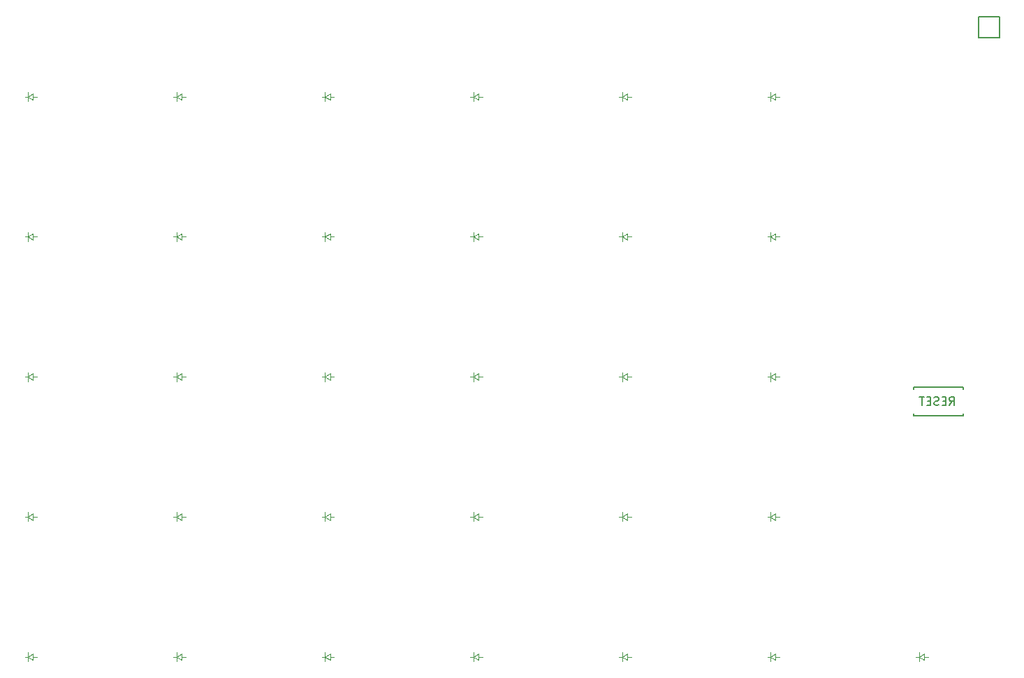
<source format=gbr>
%TF.GenerationSoftware,KiCad,Pcbnew,6.0.2+dfsg-1*%
%TF.CreationDate,2023-06-27T17:47:54-07:00*%
%TF.ProjectId,swirlComplete,73776972-6c43-46f6-9d70-6c6574652e6b,v1.0.0*%
%TF.SameCoordinates,Original*%
%TF.FileFunction,Legend,Bot*%
%TF.FilePolarity,Positive*%
%FSLAX46Y46*%
G04 Gerber Fmt 4.6, Leading zero omitted, Abs format (unit mm)*
G04 Created by KiCad (PCBNEW 6.0.2+dfsg-1) date 2023-06-27 17:47:54*
%MOMM*%
%LPD*%
G01*
G04 APERTURE LIST*
%ADD10C,0.150000*%
%ADD11C,0.100000*%
G04 APERTURE END LIST*
D10*
%TO.C,B1*%
X111325380Y25547619D02*
X111658714Y26023809D01*
X111896809Y25547619D02*
X111896809Y26547619D01*
X111515857Y26547619D01*
X111420619Y26500000D01*
X111373000Y26452380D01*
X111325380Y26357142D01*
X111325380Y26214285D01*
X111373000Y26119047D01*
X111420619Y26071428D01*
X111515857Y26023809D01*
X111896809Y26023809D01*
X110896809Y26071428D02*
X110563476Y26071428D01*
X110420619Y25547619D02*
X110896809Y25547619D01*
X110896809Y26547619D01*
X110420619Y26547619D01*
X110039666Y25595238D02*
X109896809Y25547619D01*
X109658714Y25547619D01*
X109563476Y25595238D01*
X109515857Y25642857D01*
X109468238Y25738095D01*
X109468238Y25833333D01*
X109515857Y25928571D01*
X109563476Y25976190D01*
X109658714Y26023809D01*
X109849190Y26071428D01*
X109944428Y26119047D01*
X109992047Y26166666D01*
X110039666Y26261904D01*
X110039666Y26357142D01*
X109992047Y26452380D01*
X109944428Y26500000D01*
X109849190Y26547619D01*
X109611095Y26547619D01*
X109468238Y26500000D01*
X109039666Y26071428D02*
X108706333Y26071428D01*
X108563476Y25547619D02*
X109039666Y25547619D01*
X109039666Y26547619D01*
X108563476Y26547619D01*
X108277761Y26547619D02*
X107706333Y26547619D01*
X107992047Y25547619D02*
X107992047Y26547619D01*
X113000000Y24500000D02*
X113000000Y24250000D01*
X107000000Y27500000D02*
X107000000Y27750000D01*
X107000000Y24250000D02*
X107000000Y24500000D01*
X113000000Y24250000D02*
X107000000Y24250000D01*
X113000000Y27750000D02*
X113000000Y27500000D01*
X107000000Y27750000D02*
X113000000Y27750000D01*
D11*
%TO.C,D9*%
X17650000Y46000000D02*
X17650000Y46550000D01*
X18250000Y46400000D02*
X18250000Y45600000D01*
X17650000Y46000000D02*
X17650000Y45450000D01*
X17250000Y46000000D02*
X17650000Y46000000D01*
X17650000Y46000000D02*
X18250000Y46400000D01*
X18250000Y45600000D02*
X17650000Y46000000D01*
X18250000Y46000000D02*
X18750000Y46000000D01*
%TO.C,D8*%
X17650000Y29000000D02*
X17650000Y29550000D01*
X18250000Y29400000D02*
X18250000Y28600000D01*
X17650000Y29000000D02*
X18250000Y29400000D01*
X17250000Y29000000D02*
X17650000Y29000000D01*
X17650000Y29000000D02*
X17650000Y28450000D01*
X18250000Y29000000D02*
X18750000Y29000000D01*
X18250000Y28600000D02*
X17650000Y29000000D01*
%TO.C,D1*%
X250000Y-4600000D02*
X250000Y-5400000D01*
X-350000Y-5000000D02*
X250000Y-4600000D01*
X-350000Y-5000000D02*
X-350000Y-5550000D01*
X250000Y-5000000D02*
X750000Y-5000000D01*
X250000Y-5400000D02*
X-350000Y-5000000D01*
X-750000Y-5000000D02*
X-350000Y-5000000D01*
X-350000Y-5000000D02*
X-350000Y-4450000D01*
%TO.C,D18*%
X54250000Y29400000D02*
X54250000Y28600000D01*
X53250000Y29000000D02*
X53650000Y29000000D01*
X53650000Y29000000D02*
X53650000Y28450000D01*
X53650000Y29000000D02*
X54250000Y29400000D01*
X54250000Y28600000D02*
X53650000Y29000000D01*
X54250000Y29000000D02*
X54750000Y29000000D01*
X53650000Y29000000D02*
X53650000Y29550000D01*
%TO.C,D16*%
X53250000Y-5000000D02*
X53650000Y-5000000D01*
X54250000Y-5400000D02*
X53650000Y-5000000D01*
X53650000Y-5000000D02*
X54250000Y-4600000D01*
X53650000Y-5000000D02*
X53650000Y-4450000D01*
X54250000Y-4600000D02*
X54250000Y-5400000D01*
X53650000Y-5000000D02*
X53650000Y-5550000D01*
X54250000Y-5000000D02*
X54750000Y-5000000D01*
%TO.C,D4*%
X250000Y46000000D02*
X750000Y46000000D01*
X250000Y45600000D02*
X-350000Y46000000D01*
X-350000Y46000000D02*
X-350000Y45450000D01*
X-350000Y46000000D02*
X250000Y46400000D01*
X250000Y46400000D02*
X250000Y45600000D01*
X-750000Y46000000D02*
X-350000Y46000000D01*
X-350000Y46000000D02*
X-350000Y46550000D01*
%TO.C,D31*%
X108250000Y-4600000D02*
X108250000Y-5400000D01*
X108250000Y-5000000D02*
X108750000Y-5000000D01*
X107650000Y-5000000D02*
X107650000Y-4450000D01*
X107250000Y-5000000D02*
X107650000Y-5000000D01*
X107650000Y-5000000D02*
X107650000Y-5550000D01*
X107650000Y-5000000D02*
X108250000Y-4600000D01*
X108250000Y-5400000D02*
X107650000Y-5000000D01*
%TO.C,D6*%
X18250000Y-5400000D02*
X17650000Y-5000000D01*
X18250000Y-5000000D02*
X18750000Y-5000000D01*
X18250000Y-4600000D02*
X18250000Y-5400000D01*
X17250000Y-5000000D02*
X17650000Y-5000000D01*
X17650000Y-5000000D02*
X18250000Y-4600000D01*
X17650000Y-5000000D02*
X17650000Y-5550000D01*
X17650000Y-5000000D02*
X17650000Y-4450000D01*
%TO.C,D29*%
X90250000Y45600000D02*
X89650000Y46000000D01*
X89250000Y46000000D02*
X89650000Y46000000D01*
X89650000Y46000000D02*
X89650000Y46550000D01*
X90250000Y46400000D02*
X90250000Y45600000D01*
X89650000Y46000000D02*
X89650000Y45450000D01*
X89650000Y46000000D02*
X90250000Y46400000D01*
X90250000Y46000000D02*
X90750000Y46000000D01*
%TO.C,D23*%
X71650000Y29000000D02*
X71650000Y28450000D01*
X71650000Y29000000D02*
X71650000Y29550000D01*
X72250000Y29400000D02*
X72250000Y28600000D01*
X71250000Y29000000D02*
X71650000Y29000000D01*
X71650000Y29000000D02*
X72250000Y29400000D01*
X72250000Y29000000D02*
X72750000Y29000000D01*
X72250000Y28600000D02*
X71650000Y29000000D01*
%TO.C,D3*%
X250000Y29000000D02*
X750000Y29000000D01*
X250000Y28600000D02*
X-350000Y29000000D01*
X-750000Y29000000D02*
X-350000Y29000000D01*
X-350000Y29000000D02*
X-350000Y28450000D01*
X-350000Y29000000D02*
X-350000Y29550000D01*
X-350000Y29000000D02*
X250000Y29400000D01*
X250000Y29400000D02*
X250000Y28600000D01*
%TO.C,D15*%
X36250000Y63000000D02*
X36750000Y63000000D01*
X35650000Y63000000D02*
X36250000Y63400000D01*
X35650000Y63000000D02*
X35650000Y62450000D01*
X35650000Y63000000D02*
X35650000Y63550000D01*
X36250000Y62600000D02*
X35650000Y63000000D01*
X36250000Y63400000D02*
X36250000Y62600000D01*
X35250000Y63000000D02*
X35650000Y63000000D01*
%TO.C,D27*%
X90250000Y12000000D02*
X90750000Y12000000D01*
X90250000Y11600000D02*
X89650000Y12000000D01*
X89650000Y12000000D02*
X89650000Y12550000D01*
X89650000Y12000000D02*
X89650000Y11450000D01*
X89650000Y12000000D02*
X90250000Y12400000D01*
X90250000Y12400000D02*
X90250000Y11600000D01*
X89250000Y12000000D02*
X89650000Y12000000D01*
%TO.C,D24*%
X71650000Y46000000D02*
X72250000Y46400000D01*
X72250000Y46000000D02*
X72750000Y46000000D01*
X72250000Y46400000D02*
X72250000Y45600000D01*
X71250000Y46000000D02*
X71650000Y46000000D01*
X71650000Y46000000D02*
X71650000Y46550000D01*
X71650000Y46000000D02*
X71650000Y45450000D01*
X72250000Y45600000D02*
X71650000Y46000000D01*
%TO.C,D13*%
X35650000Y29000000D02*
X36250000Y29400000D01*
X36250000Y29400000D02*
X36250000Y28600000D01*
X35650000Y29000000D02*
X35650000Y29550000D01*
X36250000Y28600000D02*
X35650000Y29000000D01*
X35250000Y29000000D02*
X35650000Y29000000D01*
X36250000Y29000000D02*
X36750000Y29000000D01*
X35650000Y29000000D02*
X35650000Y28450000D01*
%TO.C,D2*%
X250000Y12400000D02*
X250000Y11600000D01*
X-350000Y12000000D02*
X-350000Y11450000D01*
X-350000Y12000000D02*
X250000Y12400000D01*
X250000Y12000000D02*
X750000Y12000000D01*
X250000Y11600000D02*
X-350000Y12000000D01*
X-750000Y12000000D02*
X-350000Y12000000D01*
X-350000Y12000000D02*
X-350000Y12550000D01*
%TO.C,D11*%
X36250000Y-5400000D02*
X35650000Y-5000000D01*
X35650000Y-5000000D02*
X36250000Y-4600000D01*
X35250000Y-5000000D02*
X35650000Y-5000000D01*
X35650000Y-5000000D02*
X35650000Y-5550000D01*
X36250000Y-4600000D02*
X36250000Y-5400000D01*
X36250000Y-5000000D02*
X36750000Y-5000000D01*
X35650000Y-5000000D02*
X35650000Y-4450000D01*
%TO.C,D30*%
X89650000Y63000000D02*
X89650000Y63550000D01*
X89650000Y63000000D02*
X89650000Y62450000D01*
X90250000Y63400000D02*
X90250000Y62600000D01*
X89250000Y63000000D02*
X89650000Y63000000D01*
X90250000Y63000000D02*
X90750000Y63000000D01*
X89650000Y63000000D02*
X90250000Y63400000D01*
X90250000Y62600000D02*
X89650000Y63000000D01*
%TO.C,D25*%
X71650000Y63000000D02*
X71650000Y62450000D01*
X72250000Y63400000D02*
X72250000Y62600000D01*
X71650000Y63000000D02*
X71650000Y63550000D01*
X71650000Y63000000D02*
X72250000Y63400000D01*
X72250000Y62600000D02*
X71650000Y63000000D01*
X71250000Y63000000D02*
X71650000Y63000000D01*
X72250000Y63000000D02*
X72750000Y63000000D01*
%TO.C,D28*%
X89250000Y29000000D02*
X89650000Y29000000D01*
X90250000Y29400000D02*
X90250000Y28600000D01*
X89650000Y29000000D02*
X90250000Y29400000D01*
X90250000Y29000000D02*
X90750000Y29000000D01*
X90250000Y28600000D02*
X89650000Y29000000D01*
X89650000Y29000000D02*
X89650000Y29550000D01*
X89650000Y29000000D02*
X89650000Y28450000D01*
%TO.C,D20*%
X53650000Y63000000D02*
X53650000Y62450000D01*
X53250000Y63000000D02*
X53650000Y63000000D01*
X53650000Y63000000D02*
X53650000Y63550000D01*
X54250000Y63000000D02*
X54750000Y63000000D01*
X54250000Y62600000D02*
X53650000Y63000000D01*
X53650000Y63000000D02*
X54250000Y63400000D01*
X54250000Y63400000D02*
X54250000Y62600000D01*
%TO.C,D12*%
X35650000Y12000000D02*
X35650000Y12550000D01*
X35250000Y12000000D02*
X35650000Y12000000D01*
X35650000Y12000000D02*
X35650000Y11450000D01*
X36250000Y11600000D02*
X35650000Y12000000D01*
X36250000Y12400000D02*
X36250000Y11600000D01*
X35650000Y12000000D02*
X36250000Y12400000D01*
X36250000Y12000000D02*
X36750000Y12000000D01*
%TO.C,D14*%
X35250000Y46000000D02*
X35650000Y46000000D01*
X35650000Y46000000D02*
X35650000Y46550000D01*
X35650000Y46000000D02*
X36250000Y46400000D01*
X36250000Y46000000D02*
X36750000Y46000000D01*
X36250000Y46400000D02*
X36250000Y45600000D01*
X36250000Y45600000D02*
X35650000Y46000000D01*
X35650000Y46000000D02*
X35650000Y45450000D01*
%TO.C,D5*%
X250000Y63400000D02*
X250000Y62600000D01*
X-350000Y63000000D02*
X-350000Y63550000D01*
X250000Y62600000D02*
X-350000Y63000000D01*
X-350000Y63000000D02*
X-350000Y62450000D01*
X250000Y63000000D02*
X750000Y63000000D01*
X-350000Y63000000D02*
X250000Y63400000D01*
X-750000Y63000000D02*
X-350000Y63000000D01*
%TO.C,D22*%
X72250000Y11600000D02*
X71650000Y12000000D01*
X71250000Y12000000D02*
X71650000Y12000000D01*
X72250000Y12400000D02*
X72250000Y11600000D01*
X71650000Y12000000D02*
X71650000Y11450000D01*
X71650000Y12000000D02*
X72250000Y12400000D01*
X71650000Y12000000D02*
X71650000Y12550000D01*
X72250000Y12000000D02*
X72750000Y12000000D01*
%TO.C,D7*%
X17250000Y12000000D02*
X17650000Y12000000D01*
X18250000Y12400000D02*
X18250000Y11600000D01*
X17650000Y12000000D02*
X17650000Y12550000D01*
X17650000Y12000000D02*
X18250000Y12400000D01*
X18250000Y12000000D02*
X18750000Y12000000D01*
X18250000Y11600000D02*
X17650000Y12000000D01*
X17650000Y12000000D02*
X17650000Y11450000D01*
%TO.C,D26*%
X90250000Y-5000000D02*
X90750000Y-5000000D01*
X90250000Y-4600000D02*
X90250000Y-5400000D01*
X89250000Y-5000000D02*
X89650000Y-5000000D01*
X90250000Y-5400000D02*
X89650000Y-5000000D01*
X89650000Y-5000000D02*
X89650000Y-4450000D01*
X89650000Y-5000000D02*
X90250000Y-4600000D01*
X89650000Y-5000000D02*
X89650000Y-5550000D01*
%TO.C,D17*%
X54250000Y12400000D02*
X54250000Y11600000D01*
X53650000Y12000000D02*
X53650000Y12550000D01*
X53650000Y12000000D02*
X54250000Y12400000D01*
X53650000Y12000000D02*
X53650000Y11450000D01*
X54250000Y12000000D02*
X54750000Y12000000D01*
X53250000Y12000000D02*
X53650000Y12000000D01*
X54250000Y11600000D02*
X53650000Y12000000D01*
%TO.C,D10*%
X18250000Y63400000D02*
X18250000Y62600000D01*
X18250000Y62600000D02*
X17650000Y63000000D01*
X18250000Y63000000D02*
X18750000Y63000000D01*
X17650000Y63000000D02*
X17650000Y63550000D01*
X17650000Y63000000D02*
X17650000Y62450000D01*
X17250000Y63000000D02*
X17650000Y63000000D01*
X17650000Y63000000D02*
X18250000Y63400000D01*
D10*
%TO.C,MCU1*%
X114850000Y72740000D02*
X117390000Y72740000D01*
X114850000Y72740000D02*
X114850000Y70200000D01*
X114850000Y70200000D02*
X117390000Y70200000D01*
X117390000Y70200000D02*
X117390000Y72740000D01*
D11*
%TO.C,D21*%
X72250000Y-5400000D02*
X71650000Y-5000000D01*
X71250000Y-5000000D02*
X71650000Y-5000000D01*
X71650000Y-5000000D02*
X71650000Y-4450000D01*
X72250000Y-5000000D02*
X72750000Y-5000000D01*
X71650000Y-5000000D02*
X72250000Y-4600000D01*
X72250000Y-4600000D02*
X72250000Y-5400000D01*
X71650000Y-5000000D02*
X71650000Y-5550000D01*
%TO.C,D19*%
X53650000Y46000000D02*
X53650000Y45450000D01*
X53250000Y46000000D02*
X53650000Y46000000D01*
X54250000Y46400000D02*
X54250000Y45600000D01*
X53650000Y46000000D02*
X53650000Y46550000D01*
X54250000Y45600000D02*
X53650000Y46000000D01*
X54250000Y46000000D02*
X54750000Y46000000D01*
X53650000Y46000000D02*
X54250000Y46400000D01*
%TD*%
M02*

</source>
